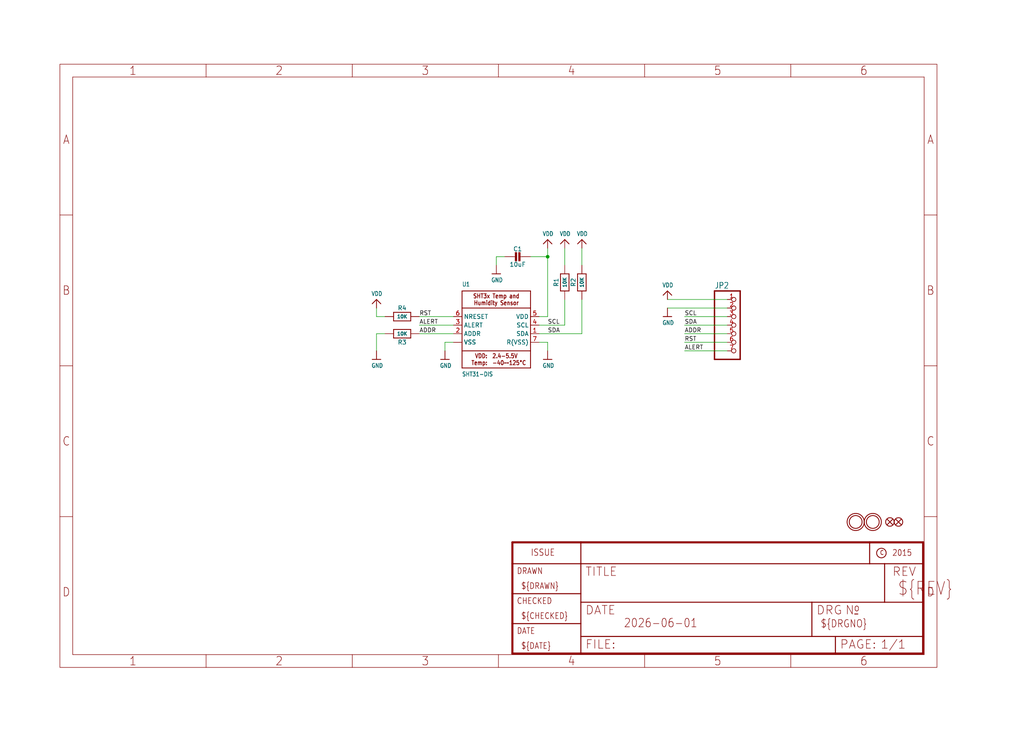
<source format=kicad_sch>
(kicad_sch (version 20230121) (generator eeschema)
  (paper "User" 303.962 217.322)
  (lib_symbols
    (symbol "working-eagle-import:CAP_CERAMIC0805-NOOUTLINE"
      (property "Reference" "C" (at -2.29 1.25 90))
      (symbol "CAP_CERAMIC0805-NOOUTLINE_1_0"
        (rectangle (start -1.27 0.508) (end 1.27 1.016) (fill (type outline)))
        (rectangle (start -1.27 1.524) (end 1.27 2.032) (fill (type outline)))
        (polyline (pts (xy 0 0.762) (xy 0 0)) (stroke (width 0.1524)))
        (polyline (pts (xy 0 2.54) (xy 0 1.778)) (stroke (width 0.1524)))
        (pin passive line (at 0 5.08 270) (length 2.54) (name "1") (number "1"))
        (pin passive line (at 0 -2.54 90) (length 2.54) (name "2") (number "2"))
      )
    )
    (symbol "working-eagle-import:FIDUCIAL{dblquote}{dblquote}"
      (symbol "FIDUCIAL{dblquote}{dblquote}_1_0"
        (polyline (pts (xy -0.762 0.762) (xy 0.762 -0.762)) (stroke (width 0.254)))
        (polyline (pts (xy 0.762 0.762) (xy -0.762 -0.762)) (stroke (width 0.254)))
        (circle (center 0 0) (radius 1.27) (stroke (width 0.254)))
      )
    )
    (symbol "working-eagle-import:FRAME_A4"
      (symbol "FRAME_A4_1_0"
        (polyline (pts (xy 0 44.7675) (xy 3.81 44.7675)))
        (polyline (pts (xy 0 89.535) (xy 3.81 89.535)))
        (polyline (pts (xy 0 134.3025) (xy 3.81 134.3025)))
        (polyline (pts (xy 3.81 3.81) (xy 3.81 175.26)))
        (polyline (pts (xy 43.3917 0) (xy 43.3917 3.81)))
        (polyline (pts (xy 43.3917 175.26) (xy 43.3917 179.07)))
        (polyline (pts (xy 86.7833 0) (xy 86.7833 3.81)))
        (polyline (pts (xy 86.7833 175.26) (xy 86.7833 179.07)))
        (polyline (pts (xy 130.175 0) (xy 130.175 3.81)))
        (polyline (pts (xy 130.175 175.26) (xy 130.175 179.07)))
        (polyline (pts (xy 173.5667 0) (xy 173.5667 3.81)))
        (polyline (pts (xy 173.5667 175.26) (xy 173.5667 179.07)))
        (polyline (pts (xy 216.9583 0) (xy 216.9583 3.81)))
        (polyline (pts (xy 216.9583 175.26) (xy 216.9583 179.07)))
        (polyline (pts (xy 256.54 3.81) (xy 3.81 3.81)))
        (polyline (pts (xy 256.54 3.81) (xy 256.54 8.89)) (stroke (width 0.1016)))
        (polyline (pts (xy 256.54 3.81) (xy 256.54 175.26)))
        (polyline (pts (xy 256.54 8.89) (xy 256.54 13.97)) (stroke (width 0.1016)))
        (polyline (pts (xy 256.54 13.97) (xy 256.54 19.05)) (stroke (width 0.1016)))
        (polyline (pts (xy 256.54 19.05) (xy 256.54 36.83)) (stroke (width 0.1016)))
        (polyline (pts (xy 256.54 44.7675) (xy 260.35 44.7675)))
        (polyline (pts (xy 256.54 89.535) (xy 260.35 89.535)))
        (polyline (pts (xy 256.54 134.3025) (xy 260.35 134.3025)))
        (polyline (pts (xy 256.54 175.26) (xy 3.81 175.26)))
        (polyline (pts (xy 0 0) (xy 260.35 0) (xy 260.35 179.07) (xy 0 179.07) (xy 0 0)))
        (text "1" (at 21.6958 1.905 0) (effects (font (size 2.54 2.286))))
        (text "1" (at 21.6958 177.165 0) (effects (font (size 2.54 2.286))))
        (text "2" (at 65.0875 1.905 0) (effects (font (size 2.54 2.286))))
        (text "2" (at 65.0875 177.165 0) (effects (font (size 2.54 2.286))))
        (text "3" (at 108.4792 1.905 0) (effects (font (size 2.54 2.286))))
        (text "3" (at 108.4792 177.165 0) (effects (font (size 2.54 2.286))))
        (text "4" (at 151.8708 1.905 0) (effects (font (size 2.54 2.286))))
        (text "4" (at 151.8708 177.165 0) (effects (font (size 2.54 2.286))))
        (text "5" (at 195.2625 1.905 0) (effects (font (size 2.54 2.286))))
        (text "5" (at 195.2625 177.165 0) (effects (font (size 2.54 2.286))))
        (text "6" (at 238.6542 1.905 0) (effects (font (size 2.54 2.286))))
        (text "6" (at 238.6542 177.165 0) (effects (font (size 2.54 2.286))))
        (text "A" (at 1.905 156.6863 0) (effects (font (size 2.54 2.286))))
        (text "A" (at 258.445 156.6863 0) (effects (font (size 2.54 2.286))))
        (text "B" (at 1.905 111.9188 0) (effects (font (size 2.54 2.286))))
        (text "B" (at 258.445 111.9188 0) (effects (font (size 2.54 2.286))))
        (text "C" (at 1.905 67.1513 0) (effects (font (size 2.54 2.286))))
        (text "C" (at 258.445 67.1513 0) (effects (font (size 2.54 2.286))))
        (text "D" (at 1.905 22.3838 0) (effects (font (size 2.54 2.286))))
        (text "D" (at 258.445 22.3838 0) (effects (font (size 2.54 2.286))))
      )
      (symbol "FRAME_A4_2_0"
        (polyline (pts (xy -0.3048 1.5748) (xy 20.0152 1.5748)) (stroke (width 0.6096)))
        (polyline (pts (xy -0.3048 10.4648) (xy -0.3048 1.5748)) (stroke (width 0.6096)))
        (polyline (pts (xy -0.3048 10.4648) (xy 20.0152 10.4648)) (stroke (width 0.3048)))
        (polyline (pts (xy -0.3048 19.3548) (xy -0.3048 10.4648)) (stroke (width 0.6096)))
        (polyline (pts (xy -0.3048 19.3548) (xy 20.0152 19.3548)) (stroke (width 0.3048)))
        (polyline (pts (xy -0.3048 28.2448) (xy -0.3048 19.3548)) (stroke (width 0.6096)))
        (polyline (pts (xy -0.3048 28.2448) (xy 20.0152 28.2448)) (stroke (width 0.3048)))
        (polyline (pts (xy -0.3048 34.5948) (xy -0.3048 28.2448)) (stroke (width 0.6096)))
        (polyline (pts (xy 20.0152 1.5748) (xy 20.0152 6.6548)) (stroke (width 0.3048)))
        (polyline (pts (xy 20.0152 1.5748) (xy 95.5802 1.5748)) (stroke (width 0.6096)))
        (polyline (pts (xy 20.0152 6.6548) (xy 20.0152 10.4648)) (stroke (width 0.3048)))
        (polyline (pts (xy 20.0152 6.6548) (xy 88.5952 6.6548)) (stroke (width 0.3048)))
        (polyline (pts (xy 20.0152 10.4648) (xy 20.0152 16.8148)) (stroke (width 0.3048)))
        (polyline (pts (xy 20.0152 16.8148) (xy 20.0152 19.3548)) (stroke (width 0.3048)))
        (polyline (pts (xy 20.0152 19.3548) (xy 20.0152 28.2448)) (stroke (width 0.3048)))
        (polyline (pts (xy 20.0152 28.2448) (xy 20.0152 34.5948)) (stroke (width 0.3048)))
        (polyline (pts (xy 20.0152 28.2448) (xy 105.7402 28.2448)) (stroke (width 0.3048)))
        (polyline (pts (xy 20.0152 34.5948) (xy -0.3048 34.5948)) (stroke (width 0.6096)))
        (polyline (pts (xy 88.5952 6.6548) (xy 95.5802 6.6548)) (stroke (width 0.3048)))
        (polyline (pts (xy 88.5952 16.8148) (xy 20.0152 16.8148)) (stroke (width 0.3048)))
        (polyline (pts (xy 88.5952 16.8148) (xy 88.5952 6.6548)) (stroke (width 0.3048)))
        (polyline (pts (xy 95.5802 1.5748) (xy 121.6152 1.5748)) (stroke (width 0.6096)))
        (polyline (pts (xy 95.5802 6.6548) (xy 95.5802 1.5748)) (stroke (width 0.3048)))
        (polyline (pts (xy 95.5802 6.6548) (xy 121.6152 6.6548)) (stroke (width 0.3048)))
        (polyline (pts (xy 101.2952 13.3223) (xy 102.2477 13.3223)) (stroke (width 0.254)))
        (polyline (pts (xy 105.7402 28.2448) (xy 105.7402 34.5948)) (stroke (width 0.3048)))
        (polyline (pts (xy 105.7402 28.2448) (xy 110.1852 28.2448)) (stroke (width 0.3048)))
        (polyline (pts (xy 105.7402 34.5948) (xy 20.0152 34.5948)) (stroke (width 0.6096)))
        (polyline (pts (xy 110.1852 16.8148) (xy 88.5952 16.8148)) (stroke (width 0.3048)))
        (polyline (pts (xy 110.1852 28.2448) (xy 110.1852 16.8148)) (stroke (width 0.3048)))
        (polyline (pts (xy 110.1852 28.2448) (xy 121.6152 28.2448)) (stroke (width 0.3048)))
        (polyline (pts (xy 121.6152 6.6548) (xy 121.6152 1.5748)) (stroke (width 0.6096)))
        (polyline (pts (xy 121.6152 16.8148) (xy 110.1852 16.8148)) (stroke (width 0.3048)))
        (polyline (pts (xy 121.6152 16.8148) (xy 121.6152 6.6548)) (stroke (width 0.6096)))
        (polyline (pts (xy 121.6152 28.2448) (xy 121.6152 16.8148)) (stroke (width 0.6096)))
        (polyline (pts (xy 121.6152 34.5948) (xy 105.7402 34.5948)) (stroke (width 0.6096)))
        (polyline (pts (xy 121.6152 34.5948) (xy 121.6152 28.2448)) (stroke (width 0.6096)))
        (circle (center 109.2327 31.4198) (radius 1.4199) (stroke (width 0.254)))
        (text "${#}/${##}" (at 108.9152 2.8448 0) (effects (font (size 2.54 2.54)) (justify left bottom)))
        (text "${CHECKED}" (at 2.2352 11.7348 0) (effects (font (size 1.778 1.5113)) (justify left bottom)))
        (text "${COMPANY}" (at 23.349 29.6735 0) (effects (font (size 3.175 2.6987) (thickness 0.5397) bold) (justify left bottom)))
        (text "${CURRENT_DATE}" (at 32.7152 9.1948 0) (effects (font (size 2.54 2.159)) (justify left bottom)))
        (text "${DATE}" (at 2.2352 2.8448 0) (effects (font (size 1.778 1.5113)) (justify left bottom)))
        (text "${DRAWN}" (at 2.2352 20.6248 0) (effects (font (size 1.778 1.5113)) (justify left bottom)))
        (text "${DRGNO}" (at 91.1352 9.1948 0) (effects (font (size 2.1844 1.8567)) (justify left bottom)))
        (text "${PROJECTNAME}" (at 33.0327 2.8448 0) (effects (font (size 2.54 2.159)) (justify left bottom)))
        (text "${REV}" (at 113.9952 18.7198 0) (effects (font (size 3.81 3.2385)) (justify left bottom)))
        (text "2015" (at 112.4077 30.4673 0) (effects (font (size 1.778 1.5113)) (justify left bottom)))
        (text "C" (at 108.7564 30.7848 0) (effects (font (size 1.27 1.0795)) (justify left bottom)))
        (text "CHECKED" (at 0.9652 16.1798 0) (effects (font (size 1.778 1.5113)) (justify left bottom)))
        (text "DATE" (at 0.9652 7.2898 0) (effects (font (size 1.778 1.5113)) (justify left bottom)))
        (text "DATE" (at 21.2852 13.0048 0) (effects (font (size 2.54 2.54)) (justify left bottom)))
        (text "DRAWN" (at 0.9652 25.0698 0) (effects (font (size 1.778 1.5113)) (justify left bottom)))
        (text "DRG" (at 89.8652 13.0048 0) (effects (font (size 2.54 2.54)) (justify left bottom)))
        (text "FILE:" (at 21.2852 2.8448 0) (effects (font (size 2.54 2.54)) (justify left bottom)))
        (text "ISSUE" (at 5.0927 30.4673 0) (effects (font (size 1.9304 1.6408)) (justify left bottom)))
        (text "N" (at 98.4377 13.0048 0) (effects (font (size 2.54 2.54)) (justify left bottom)))
        (text "o" (at 100.9777 13.9573 0) (effects (font (size 2.1844 1.8567)) (justify left bottom)))
        (text "PAGE:" (at 96.8502 2.8448 0) (effects (font (size 2.54 2.54)) (justify left bottom)))
        (text "REV" (at 112.4077 24.4348 0) (effects (font (size 2.54 2.54)) (justify left bottom)))
        (text "TITLE" (at 21.2852 24.4348 0) (effects (font (size 2.54 2.54)) (justify left bottom)))
      )
    )
    (symbol "working-eagle-import:GND" (power)
      (property "Value" "GND" (at -1.524 -2.54 0))
      (symbol "GND_1_0"
        (polyline (pts (xy -1.27 0) (xy 1.27 0)) (stroke (width 0.254)))
        (pin power_in line (at 0 2.54 270) (length 2.54) (name "GND") (number "1"))
      )
    )
    (symbol "working-eagle-import:HEADER-1X770MIL"
      (property "Reference" "JP" (at -6.35 10.795 0))
      (symbol "HEADER-1X770MIL_1_0"
        (polyline (pts (xy -6.35 -10.16) (xy 1.27 -10.16)) (stroke (width 0.4064)))
        (polyline (pts (xy -6.35 10.16) (xy -6.35 -10.16)) (stroke (width 0.4064)))
        (polyline (pts (xy 1.27 -10.16) (xy 1.27 10.16)) (stroke (width 0.4064)))
        (polyline (pts (xy 1.27 10.16) (xy -6.35 10.16)) (stroke (width 0.4064)))
        (pin passive inverted (at -2.54 7.62 0) (length 2.54) (name "1") (number "1"))
        (pin passive inverted (at -2.54 5.08 0) (length 2.54) (name "2") (number "2"))
        (pin passive inverted (at -2.54 2.54 0) (length 2.54) (name "3") (number "3"))
        (pin passive inverted (at -2.54 0 0) (length 2.54) (name "4") (number "4"))
        (pin passive inverted (at -2.54 -2.54 0) (length 2.54) (name "5") (number "5"))
        (pin passive inverted (at -2.54 -5.08 0) (length 2.54) (name "6") (number "6"))
        (pin passive inverted (at -2.54 -7.62 0) (length 2.54) (name "7") (number "7"))
      )
    )
    (symbol "working-eagle-import:MOUNTINGHOLE2.5"
      (symbol "MOUNTINGHOLE2.5_1_0"
        (circle (center 0 0) (radius 1.905) (stroke (width 0.254)))
        (circle (center 0 0) (radius 2.54) (stroke (width 0.254)))
      )
    )
    (symbol "working-eagle-import:RESISTOR0805_NOOUTLINE"
      (property "Reference" "R" (at 0 2.54 0))
      (symbol "RESISTOR0805_NOOUTLINE_1_0"
        (polyline (pts (xy -2.54 -1.27) (xy -2.54 1.27)) (stroke (width 0.254)))
        (polyline (pts (xy -2.54 1.27) (xy 2.54 1.27)) (stroke (width 0.254)))
        (polyline (pts (xy 2.54 -1.27) (xy -2.54 -1.27)) (stroke (width 0.254)))
        (polyline (pts (xy 2.54 1.27) (xy 2.54 -1.27)) (stroke (width 0.254)))
        (pin passive line (at -5.08 0 0) (length 2.54) (name "1") (number "1"))
        (pin passive line (at 5.08 0 180) (length 2.54) (name "2") (number "2"))
      )
    )
    (symbol "working-eagle-import:RESISTOR_0805MP"
      (property "Reference" "R" (at 0 2.54 0))
      (symbol "RESISTOR_0805MP_1_0"
        (polyline (pts (xy -2.54 -1.27) (xy -2.54 1.27)) (stroke (width 0.254)))
        (polyline (pts (xy -2.54 1.27) (xy 2.54 1.27)) (stroke (width 0.254)))
        (polyline (pts (xy 2.54 -1.27) (xy -2.54 -1.27)) (stroke (width 0.254)))
        (polyline (pts (xy 2.54 1.27) (xy 2.54 -1.27)) (stroke (width 0.254)))
        (pin passive line (at -5.08 0 0) (length 2.54) (name "1") (number "1"))
        (pin passive line (at 5.08 0 180) (length 2.54) (name "2") (number "2"))
      )
    )
    (symbol "working-eagle-import:SHT3X"
      (property "Reference" "U" (at -10.16 11.43 0))
      (symbol "SHT3X_1_0"
        (polyline (pts (xy -10.16 -12.7) (xy 10.16 -12.7)) (stroke (width 0.254)))
        (polyline (pts (xy -10.16 -7.62) (xy -10.16 -12.7)) (stroke (width 0.254)))
        (polyline (pts (xy -10.16 -7.62) (xy -10.16 5.08)) (stroke (width 0.254)))
        (polyline (pts (xy -10.16 5.08) (xy -10.16 10.16)) (stroke (width 0.254)))
        (polyline (pts (xy -10.16 5.08) (xy 10.16 5.08)) (stroke (width 0.254)))
        (polyline (pts (xy -10.16 10.16) (xy 10.16 10.16)) (stroke (width 0.254)))
        (polyline (pts (xy 10.16 -12.7) (xy 10.16 -7.62)) (stroke (width 0.254)))
        (polyline (pts (xy 10.16 -7.62) (xy -10.16 -7.62)) (stroke (width 0.254)))
        (polyline (pts (xy 10.16 5.08) (xy 10.16 -7.62)) (stroke (width 0.254)))
        (polyline (pts (xy 10.16 10.16) (xy 10.16 5.08)) (stroke (width 0.254)))
        (text "2.4-5.5V\n-40~~125°C" (at -1.27 -10.16 0) (effects (font (size 1.27 1.0795) (thickness 0.2159) bold) (justify left)))
        (text "SHT3x Temp and\nHumidity Sensor" (at 0 7.62 0) (effects (font (size 1.27 1.0795) (thickness 0.2159) bold)))
        (text "VDD:\nTemp:" (at -2.54 -10.16 0) (effects (font (size 1.27 1.0795) (thickness 0.2159) bold) (justify right)))
        (pin bidirectional line (at 12.7 -2.54 180) (length 2.54) (name "SDA") (number "1"))
        (pin bidirectional line (at -12.7 -2.54 0) (length 2.54) (name "ADDR") (number "2"))
        (pin bidirectional line (at -12.7 0 0) (length 2.54) (name "ALERT") (number "3"))
        (pin bidirectional line (at 12.7 0 180) (length 2.54) (name "SCL") (number "4"))
        (pin power_in line (at 12.7 2.54 180) (length 2.54) (name "VDD") (number "5"))
        (pin bidirectional line (at -12.7 2.54 0) (length 2.54) (name "NRESET") (number "6"))
        (pin bidirectional line (at 12.7 -5.08 180) (length 2.54) (name "R(VSS)") (number "7"))
        (pin power_in line (at -12.7 -5.08 0) (length 2.54) (name "VSS") (number "8"))
        (pin power_in line (at -12.7 -5.08 0) (length 2.54) (name "VSS") (number "THERMAL"))
      )
    )
    (symbol "working-eagle-import:VDD" (power)
      (property "Value" "VDD" (at -1.524 1.016 0))
      (symbol "VDD_1_0"
        (polyline (pts (xy -1.27 -1.27) (xy 0 0)) (stroke (width 0.254)))
        (polyline (pts (xy 0 0) (xy 1.27 -1.27)) (stroke (width 0.254)))
        (pin power_in line (at 0 -2.54 90) (length 2.54) (name "VDD") (number "1"))
      )
    )
  )
  (junction (at 162.56 76.2))
  (wire (pts (xy 157.48 76.2) (xy 162.56 76.2)) (stroke (width 0.1524)))
  (wire (pts (xy 167.64 96.52) (xy 167.64 88.9)) (stroke (width 0.1524)))
  (wire (pts (xy 162.56 76.2) (xy 162.56 73.66)) (stroke (width 0.1524)))
  (wire (pts (xy 203.2 93.98) (xy 215.9 93.98)) (stroke (width 0.1524)))
  (wire (pts (xy 198.12 88.9) (xy 215.9 88.9)) (stroke (width 0.1524)))
  (wire (pts (xy 215.9 104.14) (xy 203.2 104.14)) (stroke (width 0.1524)))
  (wire (pts (xy 172.72 99.06) (xy 172.72 88.9)) (stroke (width 0.1524)))
  (wire (pts (xy 198.12 91.44) (xy 215.9 91.44)) (stroke (width 0.1524)))
  (wire (pts (xy 114.3 93.98) (xy 111.76 93.98)) (stroke (width 0.1524)))
  (wire (pts (xy 114.3 99.06) (xy 111.76 99.06)) (stroke (width 0.1524)))
  (wire (pts (xy 160.02 99.06) (xy 172.72 99.06)) (stroke (width 0.1524)))
  (wire (pts (xy 162.56 93.98) (xy 162.56 76.2)) (stroke (width 0.1524)))
  (wire (pts (xy 215.9 99.06) (xy 203.2 99.06)) (stroke (width 0.1524)))
  (wire (pts (xy 134.62 99.06) (xy 124.46 99.06)) (stroke (width 0.1524)))
  (wire (pts (xy 162.56 101.6) (xy 162.56 104.14)) (stroke (width 0.1524)))
  (wire (pts (xy 172.72 78.74) (xy 172.72 73.66)) (stroke (width 0.1524)))
  (wire (pts (xy 147.32 76.2) (xy 147.32 78.74)) (stroke (width 0.1524)))
  (wire (pts (xy 167.64 78.74) (xy 167.64 73.66)) (stroke (width 0.1524)))
  (wire (pts (xy 134.62 101.6) (xy 132.08 101.6)) (stroke (width 0.1524)))
  (wire (pts (xy 203.2 96.52) (xy 215.9 96.52)) (stroke (width 0.1524)))
  (wire (pts (xy 132.08 101.6) (xy 132.08 104.14)) (stroke (width 0.1524)))
  (wire (pts (xy 160.02 101.6) (xy 162.56 101.6)) (stroke (width 0.1524)))
  (wire (pts (xy 160.02 96.52) (xy 167.64 96.52)) (stroke (width 0.1524)))
  (wire (pts (xy 215.9 101.6) (xy 203.2 101.6)) (stroke (width 0.1524)))
  (wire (pts (xy 111.76 99.06) (xy 111.76 104.14)) (stroke (width 0.1524)))
  (wire (pts (xy 149.86 76.2) (xy 147.32 76.2)) (stroke (width 0.1524)))
  (wire (pts (xy 134.62 96.52) (xy 124.46 96.52)) (stroke (width 0.1524)))
  (wire (pts (xy 160.02 93.98) (xy 162.56 93.98)) (stroke (width 0.1524)))
  (wire (pts (xy 134.62 93.98) (xy 124.46 93.98)) (stroke (width 0.1524)))
  (wire (pts (xy 111.76 93.98) (xy 111.76 91.44)) (stroke (width 0.1524)))
  (label "ADDR" (at 124.46 99.06 0) (effects (font (size 1.2446 1.2446))))
  (label "SCL" (at 162.56 96.52 0) (effects (font (size 1.2446 1.2446))))
  (label "RST" (at 203.2 101.6 0) (effects (font (size 1.2446 1.2446))))
  (label "ADDR" (at 203.2 99.06 0) (effects (font (size 1.2446 1.2446))))
  (label "RST" (at 124.46 93.98 0) (effects (font (size 1.2446 1.2446))))
  (label "SDA" (at 203.2 96.52 0) (effects (font (size 1.2446 1.2446))))
  (label "SCL" (at 203.2 93.98 0) (effects (font (size 1.2446 1.2446))))
  (label "ALERT" (at 124.46 96.52 0) (effects (font (size 1.2446 1.2446))))
  (label "ALERT" (at 203.2 104.14 0) (effects (font (size 1.2446 1.2446))))
  (label "SDA" (at 162.56 99.06 0) (effects (font (size 1.2446 1.2446))))
  (symbol (lib_id "working-eagle-import:GND") (at 132.08 106.68 0) (unit 1)
    (property "Reference" "#U$8" (effects hide))
    (property "Value" "GND" (at 130.556 109.22 0) (effects (font (size 1.27 1.0795)) (justify left bottom)))
  )
  (symbol (lib_id "working-eagle-import:VDD") (at 162.56 71.12 0) (unit 1)
    (property "Reference" "#U$3" (effects hide))
    (property "Value" "VDD" (at 161.036 70.104 0) (effects (font (size 1.27 1.0795)) (justify left bottom)))
  )
  (symbol (lib_id "working-eagle-import:FIDUCIAL{dblquote}{dblquote}") (at 264.16 154.94 0) (unit 1)
    (property "Reference" "FID3" (effects hide))
    (property "Value" "FIDUCIAL{dblquote}{dblquote}" (effects hide))
    (property "Footprint" "working:FIDUCIAL_1MM" (effects hide))
  )
  (symbol (lib_id "working-eagle-import:RESISTOR0805_NOOUTLINE") (at 119.38 93.98 0) (unit 1)
    (property "Reference" "R4" (at 119.38 91.44 0))
    (property "Value" "10K" (at 119.38 93.98 0) (effects (font (size 1.016 1.016) bold)))
    (property "Footprint" "working:0805-NO" (effects hide))
  )
  (symbol (lib_id "working-eagle-import:VDD") (at 167.64 71.12 0) (unit 1)
    (property "Reference" "#U$5" (effects hide))
    (property "Value" "VDD" (at 166.116 70.104 0) (effects (font (size 1.27 1.0795)) (justify left bottom)))
  )
  (symbol (lib_id "working-eagle-import:FRAME_A4") (at 152.4 195.58 0) (unit 2)
    (property "Reference" "#FRAME1" (effects hide))
    (property "Value" "FRAME_A4" (effects hide))
  )
  (symbol (lib_id "working-eagle-import:VDD") (at 198.12 86.36 0) (unit 1)
    (property "Reference" "#U$14" (effects hide))
    (property "Value" "VDD" (at 196.596 85.344 0) (effects (font (size 1.27 1.0795)) (justify left bottom)))
  )
  (symbol (lib_id "working-eagle-import:RESISTOR0805_NOOUTLINE") (at 167.64 83.82 90) (unit 1)
    (property "Reference" "R1" (at 165.1 83.82 0))
    (property "Value" "10K" (at 167.64 83.82 0) (effects (font (size 1.016 1.016) bold)))
    (property "Footprint" "working:0805-NO" (effects hide))
  )
  (symbol (lib_id "working-eagle-import:RESISTOR0805_NOOUTLINE") (at 172.72 83.82 90) (unit 1)
    (property "Reference" "R2" (at 170.18 83.82 0))
    (property "Value" "10K" (at 172.72 83.82 0) (effects (font (size 1.016 1.016) bold)))
    (property "Footprint" "working:0805-NO" (effects hide))
  )
  (symbol (lib_id "working-eagle-import:FIDUCIAL{dblquote}{dblquote}") (at 266.7 154.94 0) (unit 1)
    (property "Reference" "FID2" (effects hide))
    (property "Value" "FIDUCIAL{dblquote}{dblquote}" (effects hide))
    (property "Footprint" "working:FIDUCIAL_1MM" (effects hide))
  )
  (symbol (lib_id "working-eagle-import:GND") (at 111.76 106.68 0) (unit 1)
    (property "Reference" "#U$9" (effects hide))
    (property "Value" "GND" (at 110.236 109.22 0) (effects (font (size 1.27 1.0795)) (justify left bottom)))
  )
  (symbol (lib_id "working-eagle-import:SHT3X") (at 147.32 96.52 0) (unit 1)
    (property "Reference" "U1" (at 137.16 85.09 0) (effects (font (size 1.27 1.0795)) (justify left bottom)))
    (property "Value" "SHT31-DIS" (at 137.16 111.76 0) (effects (font (size 1.27 1.0795)) (justify left bottom)))
    (property "Footprint" "working:SHT3X" (effects hide))
  )
  (symbol (lib_id "working-eagle-import:VDD") (at 111.76 88.9 0) (unit 1)
    (property "Reference" "#U$10" (effects hide))
    (property "Value" "VDD" (at 110.236 87.884 0) (effects (font (size 1.27 1.0795)) (justify left bottom)))
  )
  (symbol (lib_id "working-eagle-import:RESISTOR_0805MP") (at 119.38 99.06 180) (unit 1)
    (property "Reference" "R3" (at 119.38 101.6 0))
    (property "Value" "10K" (at 119.38 99.06 0) (effects (font (size 1.016 1.016) bold)))
    (property "Footprint" "working:_0805MP" (effects hide))
  )
  (symbol (lib_id "working-eagle-import:GND") (at 147.32 81.28 0) (unit 1)
    (property "Reference" "#U$4" (effects hide))
    (property "Value" "GND" (at 145.796 83.82 0) (effects (font (size 1.27 1.0795)) (justify left bottom)))
  )
  (symbol (lib_id "working-eagle-import:FRAME_A4") (at 17.78 198.12 0) (unit 1)
    (property "Reference" "#FRAME1" (effects hide))
    (property "Value" "FRAME_A4" (effects hide))
  )
  (symbol (lib_id "working-eagle-import:CAP_CERAMIC0805-NOOUTLINE") (at 152.4 76.2 270) (unit 1)
    (property "Reference" "C1" (at 153.65 73.91 90))
    (property "Value" "10uF" (at 153.65 78.5 90))
    (property "Footprint" "working:0805-NO" (effects hide))
  )
  (symbol (lib_id "working-eagle-import:HEADER-1X770MIL") (at 218.44 96.52 0) (unit 1)
    (property "Reference" "JP2" (at 212.09 85.725 0) (effects (font (size 1.778 1.5113)) (justify left bottom)))
    (property "Value" "HEADER-1X770MIL" (effects hide))
    (property "Footprint" "working:1X07_ROUND_70" (effects hide))
  )
  (symbol (lib_id "working-eagle-import:VDD") (at 172.72 71.12 0) (unit 1)
    (property "Reference" "#U$6" (effects hide))
    (property "Value" "VDD" (at 171.196 70.104 0) (effects (font (size 1.27 1.0795)) (justify left bottom)))
  )
  (symbol (lib_id "working-eagle-import:MOUNTINGHOLE2.5") (at 254 154.94 0) (unit 1)
    (property "Reference" "U$2" (effects hide))
    (property "Value" "MOUNTINGHOLE2.5" (effects hide))
    (property "Footprint" "working:MOUNTINGHOLE_2.5_PLATED" (effects hide))
  )
  (symbol (lib_id "working-eagle-import:MOUNTINGHOLE2.5") (at 259.08 154.94 0) (unit 1)
    (property "Reference" "U$1" (effects hide))
    (property "Value" "MOUNTINGHOLE2.5" (effects hide))
    (property "Footprint" "working:MOUNTINGHOLE_2.5_PLATED" (effects hide))
  )
  (symbol (lib_id "working-eagle-import:GND") (at 162.56 106.68 0) (unit 1)
    (property "Reference" "#U$7" (effects hide))
    (property "Value" "GND" (at 161.036 109.22 0) (effects (font (size 1.27 1.0795)) (justify left bottom)))
  )
  (symbol (lib_id "working-eagle-import:GND") (at 198.12 93.98 0) (unit 1)
    (property "Reference" "#U$15" (effects hide))
    (property "Value" "GND" (at 196.596 96.52 0) (effects (font (size 1.27 1.0795)) (justify left bottom)))
  )
)
</source>
